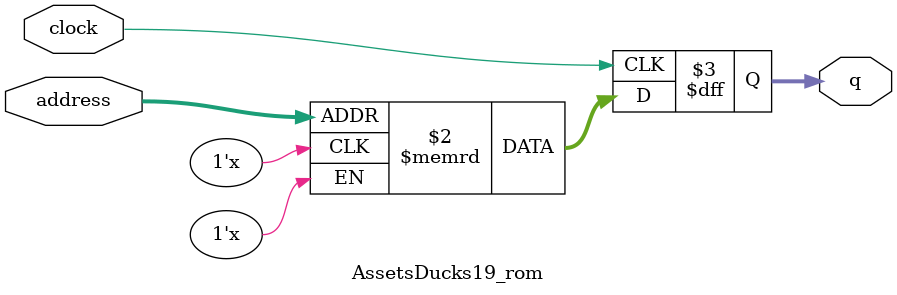
<source format=sv>
module AssetsDucks19_rom (
	input logic clock,
	input logic [11:0] address,
	output logic [3:0] q
);

logic [3:0] memory [0:4095] /* synthesis ram_init_file = "./AssetsDucks19/AssetsDucks19.mif" */;

always_ff @ (posedge clock) begin
	q <= memory[address];
end

endmodule

</source>
